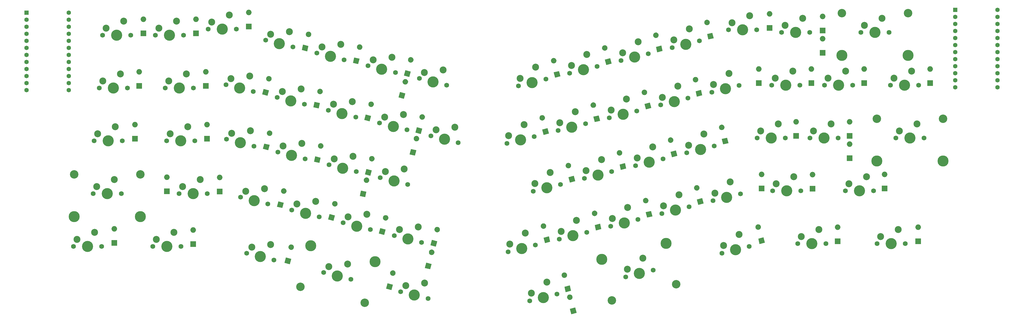
<source format=gbr>
%TF.GenerationSoftware,KiCad,Pcbnew,(5.1.7)-1*%
%TF.CreationDate,2021-08-08T11:48:14+10:00*%
%TF.ProjectId,ume,756d652e-6b69-4636-9164-5f7063625858,rev?*%
%TF.SameCoordinates,Original*%
%TF.FileFunction,Soldermask,Bot*%
%TF.FilePolarity,Negative*%
%FSLAX46Y46*%
G04 Gerber Fmt 4.6, Leading zero omitted, Abs format (unit mm)*
G04 Created by KiCad (PCBNEW (5.1.7)-1) date 2021-08-08 11:48:14*
%MOMM*%
%LPD*%
G01*
G04 APERTURE LIST*
%ADD10C,1.600000*%
%ADD11R,1.600000X1.600000*%
%ADD12C,1.750000*%
%ADD13C,4.000000*%
%ADD14C,2.500000*%
%ADD15C,3.048000*%
%ADD16C,3.987800*%
%ADD17C,0.100000*%
%ADD18O,2.000000X2.000000*%
%ADD19R,2.000000X2.000000*%
G04 APERTURE END LIST*
D10*
%TO.C,U2*%
X388920000Y-95330000D03*
X388920000Y-97870000D03*
X388920000Y-100410000D03*
X388920000Y-102950000D03*
X388920000Y-105490000D03*
X388920000Y-108030000D03*
X388920000Y-110570000D03*
X388920000Y-113110000D03*
X388920000Y-115650000D03*
X388920000Y-118190000D03*
X388920000Y-120730000D03*
X388920000Y-123270000D03*
X373680000Y-123270000D03*
X373680000Y-120730000D03*
X373680000Y-118190000D03*
X373680000Y-115650000D03*
X373680000Y-113110000D03*
X373680000Y-110570000D03*
X373680000Y-108030000D03*
X373680000Y-105490000D03*
X373680000Y-102950000D03*
X373680000Y-100410000D03*
X373680000Y-97870000D03*
D11*
X373680000Y-95330000D03*
%TD*%
D12*
%TO.C,SW61*%
X360480000Y-122550000D03*
X350320000Y-122550000D03*
D13*
X355400000Y-122550000D03*
D14*
X357940000Y-117470000D03*
X351590000Y-120010000D03*
%TD*%
D12*
%TO.C,SW16*%
X134748401Y-108735536D03*
X124890197Y-106277610D03*
D13*
X129819299Y-107506573D03*
D14*
X133512813Y-103191952D03*
X126736954Y-104120299D03*
%TD*%
D12*
%TO.C,SW1*%
X76280000Y-104500000D03*
X66120000Y-104500000D03*
D13*
X71200000Y-104500000D03*
D14*
X73740000Y-99420000D03*
X67390000Y-101960000D03*
%TD*%
D12*
%TO.C,SW65*%
X264669329Y-189236964D03*
X254811125Y-191694890D03*
D13*
X259740227Y-190465927D03*
D14*
X260975815Y-184922343D03*
X255428919Y-188923098D03*
%TD*%
D15*
%TO.C,REF\u002A\u002A*%
X249846661Y-200131506D03*
X273013442Y-194355379D03*
D16*
X246159771Y-185344199D03*
X269326552Y-179568072D03*
%TD*%
D12*
%TO.C,SW59*%
X327050000Y-179700000D03*
X316890000Y-179700000D03*
D13*
X321970000Y-179700000D03*
D14*
X324510000Y-174620000D03*
X318160000Y-177160000D03*
%TD*%
D12*
%TO.C,SW64*%
X355630000Y-179700000D03*
X345470000Y-179700000D03*
D13*
X350550000Y-179700000D03*
D14*
X353090000Y-174620000D03*
X346740000Y-177160000D03*
%TD*%
D16*
%TO.C,REF\u002A\u002A*%
X345362000Y-149855000D03*
X369238000Y-149855000D03*
D15*
X345362000Y-134615000D03*
X369238000Y-134615000D03*
%TD*%
D12*
%TO.C,SW62*%
X362380000Y-141600000D03*
X352220000Y-141600000D03*
D13*
X357300000Y-141600000D03*
D14*
X359840000Y-136520000D03*
X353490000Y-139060000D03*
%TD*%
D12*
%TO.C,SW63*%
X344180000Y-160650000D03*
X334020000Y-160650000D03*
D13*
X339100000Y-160650000D03*
D14*
X341640000Y-155570000D03*
X335290000Y-158110000D03*
%TD*%
D12*
%TO.C,SW10*%
X94380000Y-180700000D03*
X84220000Y-180700000D03*
D13*
X89300000Y-180700000D03*
D14*
X91840000Y-175620000D03*
X85490000Y-178160000D03*
%TD*%
D12*
%TO.C,SW5*%
X65780000Y-180700000D03*
X55620000Y-180700000D03*
D13*
X60700000Y-180700000D03*
D14*
X63240000Y-175620000D03*
X56890000Y-178160000D03*
%TD*%
D15*
%TO.C,REF\u002A\u002A*%
X356638000Y-96515000D03*
X332762000Y-96515000D03*
D16*
X356638000Y-111755000D03*
X332762000Y-111755000D03*
%TD*%
D12*
%TO.C,SW60*%
X349780000Y-103500000D03*
X339620000Y-103500000D03*
D13*
X344700000Y-103500000D03*
D14*
X347240000Y-98420000D03*
X340890000Y-100960000D03*
%TD*%
D15*
%TO.C,REF\u002A\u002A*%
X137493767Y-195229652D03*
X160660548Y-201005779D03*
D16*
X141180657Y-180442345D03*
X164347438Y-186218472D03*
%TD*%
D12*
%TO.C,SW20*%
X155696084Y-192569163D03*
X145837880Y-190111237D03*
D13*
X150766982Y-191340200D03*
D14*
X154460496Y-187025579D03*
X147684637Y-187953926D03*
%TD*%
D16*
%TO.C,REF\u002A\u002A*%
X55862000Y-169905000D03*
X79738000Y-169905000D03*
D15*
X55862000Y-154665000D03*
X79738000Y-154665000D03*
%TD*%
D12*
%TO.C,SW4*%
X72880000Y-161650000D03*
X62720000Y-161650000D03*
D13*
X67800000Y-161650000D03*
D14*
X70340000Y-156570000D03*
X63990000Y-159110000D03*
%TD*%
D12*
%TO.C,SW3*%
X73180000Y-142600000D03*
X63020000Y-142600000D03*
D13*
X68100000Y-142600000D03*
D14*
X70640000Y-137520000D03*
X64290000Y-140060000D03*
%TD*%
D12*
%TO.C,SW2*%
X75080000Y-123550000D03*
X64920000Y-123550000D03*
D13*
X70000000Y-123550000D03*
D14*
X72540000Y-118470000D03*
X66190000Y-121010000D03*
%TD*%
D12*
%TO.C,SW6*%
X95330000Y-104500000D03*
X85170000Y-104500000D03*
D13*
X90250000Y-104500000D03*
D14*
X92790000Y-99420000D03*
X86440000Y-101960000D03*
%TD*%
D12*
%TO.C,SW7*%
X98880000Y-123550000D03*
X88720000Y-123550000D03*
D13*
X93800000Y-123550000D03*
D14*
X96340000Y-118470000D03*
X89990000Y-121010000D03*
%TD*%
D12*
%TO.C,SW8*%
X99380000Y-142600000D03*
X89220000Y-142600000D03*
D13*
X94300000Y-142600000D03*
D14*
X96840000Y-137520000D03*
X90490000Y-140060000D03*
%TD*%
D12*
%TO.C,SW9*%
X103830000Y-161650000D03*
X93670000Y-161650000D03*
D13*
X98750000Y-161650000D03*
D14*
X101290000Y-156570000D03*
X94940000Y-159110000D03*
%TD*%
D12*
%TO.C,SW11*%
X114380000Y-102300000D03*
X104220000Y-102300000D03*
D13*
X109300000Y-102300000D03*
D14*
X111840000Y-97220000D03*
X105490000Y-99760000D03*
%TD*%
D12*
%TO.C,SW12*%
X120436832Y-124800451D03*
X110578628Y-122342525D03*
D13*
X115507730Y-123571488D03*
D14*
X119201244Y-119256867D03*
X112425385Y-120185214D03*
%TD*%
D12*
%TO.C,SW13*%
X120679698Y-144494194D03*
X110821494Y-142036268D03*
D13*
X115750596Y-143265231D03*
D14*
X119444110Y-138950610D03*
X112668251Y-139878957D03*
%TD*%
D12*
%TO.C,SW14*%
X125725529Y-165385450D03*
X115867325Y-162927524D03*
D13*
X120796427Y-164156487D03*
D14*
X124489941Y-159841866D03*
X117714082Y-160770213D03*
%TD*%
D12*
%TO.C,SW15*%
X127908987Y-185563037D03*
X118050783Y-183105111D03*
D13*
X122979885Y-184334074D03*
D14*
X126673399Y-180019453D03*
X119897540Y-180947800D03*
%TD*%
D12*
%TO.C,SW17*%
X138920965Y-129409063D03*
X129062761Y-126951137D03*
D13*
X133991863Y-128180100D03*
D14*
X137685377Y-123865479D03*
X130909518Y-124793826D03*
%TD*%
D12*
%TO.C,SW18*%
X139163832Y-149102806D03*
X129305628Y-146644880D03*
D13*
X134234730Y-147873843D03*
D14*
X137928244Y-143559222D03*
X131152385Y-144487569D03*
%TD*%
D12*
%TO.C,SW19*%
X144209662Y-169994062D03*
X134351458Y-167536136D03*
D13*
X139280560Y-168765099D03*
D14*
X142974074Y-164450478D03*
X136198215Y-165378825D03*
%TD*%
D12*
%TO.C,SW21*%
X153232535Y-113344148D03*
X143374331Y-110886222D03*
D13*
X148303433Y-112115185D03*
D14*
X151996947Y-107800564D03*
X145221088Y-108728911D03*
%TD*%
D12*
%TO.C,SW22*%
X157405099Y-134017675D03*
X147546895Y-131559749D03*
D13*
X152475997Y-132788712D03*
D14*
X156169511Y-128474091D03*
X149393652Y-129402438D03*
%TD*%
D12*
%TO.C,SW23*%
X157647966Y-153711418D03*
X147789762Y-151253492D03*
D13*
X152718864Y-152482455D03*
D14*
X156412378Y-148167834D03*
X149636519Y-149096181D03*
%TD*%
D12*
%TO.C,SW24*%
X162693796Y-174602674D03*
X152835592Y-172144748D03*
D13*
X157764694Y-173373711D03*
D14*
X161458208Y-169059090D03*
X154682349Y-169987437D03*
%TD*%
D12*
%TO.C,SW25*%
X183483182Y-199475288D03*
X173624978Y-197017362D03*
D13*
X178554080Y-198246325D03*
D14*
X182247594Y-193931704D03*
X175471735Y-194860051D03*
%TD*%
D12*
%TO.C,SW26*%
X171716668Y-117952760D03*
X161858464Y-115494834D03*
D13*
X166787566Y-116723797D03*
D14*
X170481080Y-112409176D03*
X163705221Y-113337523D03*
%TD*%
D12*
%TO.C,SW27*%
X175889233Y-138626287D03*
X166031029Y-136168361D03*
D13*
X170960131Y-137397324D03*
D14*
X174653645Y-133082703D03*
X167877786Y-134011050D03*
%TD*%
D12*
%TO.C,SW28*%
X176132099Y-158320030D03*
X166273895Y-155862104D03*
D13*
X171202997Y-157091067D03*
D14*
X174896511Y-152776446D03*
X168120652Y-153704793D03*
%TD*%
D12*
%TO.C,SW29*%
X181177930Y-179211287D03*
X171319726Y-176753361D03*
D13*
X176248828Y-177982324D03*
D14*
X179942342Y-173667703D03*
X173166483Y-174596050D03*
%TD*%
D12*
%TO.C,SW30*%
X190200802Y-122561372D03*
X180342598Y-120103446D03*
D13*
X185271700Y-121332409D03*
D14*
X188965214Y-117017788D03*
X182189355Y-117946135D03*
%TD*%
D12*
%TO.C,SW31*%
X194373366Y-143234899D03*
X184515162Y-140776973D03*
D13*
X189444264Y-142005936D03*
D14*
X193137778Y-137691315D03*
X186361919Y-138619662D03*
%TD*%
D12*
%TO.C,SW32*%
X225976584Y-120352452D03*
X216118380Y-122810378D03*
D13*
X221047482Y-121581415D03*
D14*
X222283070Y-116037831D03*
X216736174Y-120038586D03*
%TD*%
D12*
%TO.C,SW33*%
X221804020Y-141025979D03*
X211945816Y-143483905D03*
D13*
X216874918Y-142254942D03*
D14*
X218110506Y-136711358D03*
X212563610Y-140712113D03*
%TD*%
D12*
%TO.C,SW34*%
X240288153Y-136417367D03*
X230429949Y-138875293D03*
D13*
X235359051Y-137646330D03*
D14*
X236594639Y-132102746D03*
X231047743Y-136103501D03*
%TD*%
D12*
%TO.C,SW35*%
X231264110Y-158300503D03*
X221405906Y-160758429D03*
D13*
X226335008Y-159529466D03*
D14*
X227570596Y-153985882D03*
X222023700Y-157986637D03*
%TD*%
D12*
%TO.C,SW36*%
X222240067Y-180183639D03*
X212381863Y-182641565D03*
D13*
X217310965Y-181412602D03*
D14*
X218546553Y-175869018D03*
X212999657Y-179869773D03*
%TD*%
D12*
%TO.C,SW37*%
X244460717Y-115743840D03*
X234602513Y-118201766D03*
D13*
X239531615Y-116972803D03*
D14*
X240767203Y-111429219D03*
X235220307Y-115429974D03*
%TD*%
D12*
%TO.C,SW38*%
X258772287Y-131808754D03*
X248914083Y-134266680D03*
D13*
X253843185Y-133037717D03*
D14*
X255078773Y-127494133D03*
X249531877Y-131494888D03*
%TD*%
D12*
%TO.C,SW39*%
X249748244Y-153691891D03*
X239890040Y-156149817D03*
D13*
X244819142Y-154920854D03*
D14*
X246054730Y-149377270D03*
X240507834Y-153378025D03*
%TD*%
D12*
%TO.C,SW40*%
X240724201Y-175575027D03*
X230865997Y-178032953D03*
D13*
X235795099Y-176803990D03*
D14*
X237030687Y-171260406D03*
X231483791Y-175261161D03*
%TD*%
D12*
%TO.C,SW41*%
X230015488Y-197877137D03*
X220157284Y-200335063D03*
D13*
X225086386Y-199106100D03*
D14*
X226321974Y-193562516D03*
X220775078Y-197563271D03*
%TD*%
D12*
%TO.C,SW42*%
X262944851Y-111135228D03*
X253086647Y-113593154D03*
D13*
X258015749Y-112364191D03*
D14*
X259251337Y-106820607D03*
X253704441Y-110821362D03*
%TD*%
D12*
%TO.C,SW43*%
X277256420Y-127200142D03*
X267398216Y-129658068D03*
D13*
X272327318Y-128429105D03*
D14*
X273562906Y-122885521D03*
X268016010Y-126886276D03*
%TD*%
D12*
%TO.C,SW44*%
X268232377Y-149083279D03*
X258374173Y-151541205D03*
D13*
X263303275Y-150312242D03*
D14*
X264538863Y-144768658D03*
X258991967Y-148769413D03*
%TD*%
D12*
%TO.C,SW45*%
X259208335Y-170966415D03*
X249350131Y-173424341D03*
D13*
X254279233Y-172195378D03*
D14*
X255514821Y-166651794D03*
X249967925Y-170652549D03*
%TD*%
D12*
%TO.C,SW46*%
X281428984Y-106526616D03*
X271570780Y-108984542D03*
D13*
X276499882Y-107755579D03*
D14*
X277735470Y-102211995D03*
X272188574Y-106212750D03*
%TD*%
D12*
%TO.C,SW47*%
X295740554Y-122591530D03*
X285882350Y-125049456D03*
D13*
X290811452Y-123820493D03*
D14*
X292047040Y-118276909D03*
X286500144Y-122277664D03*
%TD*%
D12*
%TO.C,SW48*%
X286716511Y-144474666D03*
X276858307Y-146932592D03*
D13*
X281787409Y-145703629D03*
D14*
X283022997Y-140160045D03*
X277476101Y-144160800D03*
%TD*%
D12*
%TO.C,SW49*%
X277692468Y-166357803D03*
X267834264Y-168815729D03*
D13*
X272763366Y-167586766D03*
D14*
X273998954Y-162043182D03*
X268452058Y-166043937D03*
%TD*%
D12*
%TO.C,SW50*%
X302077490Y-102537231D03*
X291917490Y-102537231D03*
D13*
X296997490Y-102537231D03*
D14*
X299537490Y-97457231D03*
X293187490Y-99997231D03*
%TD*%
D12*
%TO.C,SW51*%
X317630000Y-122550000D03*
X307470000Y-122550000D03*
D13*
X312550000Y-122550000D03*
D14*
X315090000Y-117470000D03*
X308740000Y-120010000D03*
%TD*%
D12*
%TO.C,SW52*%
X312380000Y-141600000D03*
X302220000Y-141600000D03*
D13*
X307300000Y-141600000D03*
D14*
X309840000Y-136520000D03*
X303490000Y-139060000D03*
%TD*%
D12*
%TO.C,SW53*%
X296176602Y-161749191D03*
X286318398Y-164207117D03*
D13*
X291247500Y-162978154D03*
D14*
X292483088Y-157434570D03*
X286936192Y-161435325D03*
%TD*%
D12*
%TO.C,SW54*%
X299352455Y-180662406D03*
X289494251Y-183120332D03*
D13*
X294423353Y-181891369D03*
D14*
X295658941Y-176347785D03*
X290112045Y-180348540D03*
%TD*%
D12*
%TO.C,SW55*%
X321180000Y-103500000D03*
X311020000Y-103500000D03*
D13*
X316100000Y-103500000D03*
D14*
X318640000Y-98420000D03*
X312290000Y-100960000D03*
%TD*%
D12*
%TO.C,SW56*%
X336680000Y-122550000D03*
X326520000Y-122550000D03*
D13*
X331600000Y-122550000D03*
D14*
X334140000Y-117470000D03*
X327790000Y-120010000D03*
%TD*%
D12*
%TO.C,SW57*%
X331430000Y-141600000D03*
X321270000Y-141600000D03*
D13*
X326350000Y-141600000D03*
D14*
X328890000Y-136520000D03*
X322540000Y-139060000D03*
%TD*%
D12*
%TO.C,SW58*%
X317980000Y-160650000D03*
X307820000Y-160650000D03*
D13*
X312900000Y-160650000D03*
D14*
X315440000Y-155570000D03*
X309090000Y-158110000D03*
%TD*%
%TO.C,D65*%
G36*
G01*
X234884594Y-199962405D02*
X234884594Y-199962405D01*
G75*
G02*
X233672376Y-199234031I-241922J970296D01*
G01*
X233672376Y-199234031D01*
G75*
G02*
X234400750Y-198021813I970296J241922D01*
G01*
X234400750Y-198021813D01*
G75*
G02*
X235612968Y-198750187I241922J-970296D01*
G01*
X235612968Y-198750187D01*
G75*
G02*
X234884594Y-199962405I-970296J-241922D01*
G01*
G37*
D17*
G36*
X237083853Y-204649585D02*
G01*
X235143261Y-205133429D01*
X234659417Y-203192837D01*
X236600009Y-202708993D01*
X237083853Y-204649585D01*
G37*
%TD*%
D11*
%TO.C,U1*%
X38680000Y-96330000D03*
D10*
X38680000Y-98870000D03*
X38680000Y-101410000D03*
X38680000Y-103950000D03*
X38680000Y-106490000D03*
X38680000Y-109030000D03*
X38680000Y-111570000D03*
X38680000Y-114110000D03*
X38680000Y-116650000D03*
X38680000Y-119190000D03*
X38680000Y-121730000D03*
X38680000Y-124270000D03*
X53920000Y-124270000D03*
X53920000Y-121730000D03*
X53920000Y-119190000D03*
X53920000Y-116650000D03*
X53920000Y-114110000D03*
X53920000Y-111570000D03*
X53920000Y-109030000D03*
X53920000Y-106490000D03*
X53920000Y-103950000D03*
X53920000Y-101410000D03*
X53920000Y-98870000D03*
X53920000Y-96330000D03*
%TD*%
D18*
%TO.C,D64*%
X360300000Y-173720000D03*
D19*
X360300000Y-178800000D03*
%TD*%
D18*
%TO.C,D63*%
X348200000Y-154720000D03*
D19*
X348200000Y-159800000D03*
%TD*%
D18*
%TO.C,D62*%
X335600000Y-143800000D03*
D19*
X335600000Y-148880000D03*
%TD*%
D18*
%TO.C,D61*%
X364600000Y-116720000D03*
D19*
X364600000Y-121800000D03*
%TD*%
D18*
%TO.C,D60*%
X325800000Y-105800000D03*
D19*
X325800000Y-110880000D03*
%TD*%
D18*
%TO.C,D59*%
X331300000Y-173720000D03*
D19*
X331300000Y-178800000D03*
%TD*%
D18*
%TO.C,D58*%
X322200000Y-154800000D03*
D19*
X322200000Y-159880000D03*
%TD*%
D18*
%TO.C,D57*%
X335600000Y-135720000D03*
D19*
X335600000Y-140800000D03*
%TD*%
D18*
%TO.C,D56*%
X340800000Y-116720000D03*
D19*
X340800000Y-121800000D03*
%TD*%
D18*
%TO.C,D55*%
X325800000Y-97720000D03*
D19*
X325800000Y-102800000D03*
%TD*%
%TO.C,D54*%
G36*
G01*
X302824511Y-174664271D02*
X302824511Y-174664271D01*
G75*
G02*
X301612293Y-173935897I-241922J970296D01*
G01*
X301612293Y-173935897D01*
G75*
G02*
X302340667Y-172723679I970296J241922D01*
G01*
X302340667Y-172723679D01*
G75*
G02*
X303552885Y-173452053I241922J-970296D01*
G01*
X303552885Y-173452053D01*
G75*
G02*
X302824511Y-174664271I-970296J-241922D01*
G01*
G37*
D17*
G36*
X305023770Y-179351451D02*
G01*
X303083178Y-179835295D01*
X302599334Y-177894703D01*
X304539926Y-177410859D01*
X305023770Y-179351451D01*
G37*
%TD*%
D18*
%TO.C,D53*%
X303800000Y-154720000D03*
D19*
X303800000Y-159800000D03*
%TD*%
D18*
%TO.C,D52*%
X316300000Y-135720000D03*
D19*
X316300000Y-140800000D03*
%TD*%
D18*
%TO.C,D51*%
X321800000Y-116720000D03*
D19*
X321800000Y-121800000D03*
%TD*%
D18*
%TO.C,D50*%
X306747490Y-96757230D03*
D19*
X306747490Y-101837230D03*
%TD*%
%TO.C,D49*%
G36*
G01*
X280691471Y-160529143D02*
X280691471Y-160529143D01*
G75*
G02*
X279479253Y-159800769I-241922J970296D01*
G01*
X279479253Y-159800769D01*
G75*
G02*
X280207627Y-158588551I970296J241922D01*
G01*
X280207627Y-158588551D01*
G75*
G02*
X281419845Y-159316925I241922J-970296D01*
G01*
X281419845Y-159316925D01*
G75*
G02*
X280691471Y-160529143I-970296J-241922D01*
G01*
G37*
D17*
G36*
X282890730Y-165216323D02*
G01*
X280950138Y-165700167D01*
X280466294Y-163759575D01*
X282406886Y-163275731D01*
X282890730Y-165216323D01*
G37*
%TD*%
%TO.C,D48*%
G36*
G01*
X289679096Y-138706617D02*
X289679096Y-138706617D01*
G75*
G02*
X288466878Y-137978243I-241922J970296D01*
G01*
X288466878Y-137978243D01*
G75*
G02*
X289195252Y-136766025I970296J241922D01*
G01*
X289195252Y-136766025D01*
G75*
G02*
X290407470Y-137494399I241922J-970296D01*
G01*
X290407470Y-137494399D01*
G75*
G02*
X289679096Y-138706617I-970296J-241922D01*
G01*
G37*
G36*
X291878355Y-143393797D02*
G01*
X289937763Y-143877641D01*
X289453919Y-141937049D01*
X291394511Y-141453205D01*
X291878355Y-143393797D01*
G37*
%TD*%
D18*
%TO.C,D47*%
X302800000Y-116720000D03*
D19*
X302800000Y-121800000D03*
%TD*%
%TO.C,D46*%
G36*
G01*
X284367246Y-100867692D02*
X284367246Y-100867692D01*
G75*
G02*
X283155028Y-100139318I-241922J970296D01*
G01*
X283155028Y-100139318D01*
G75*
G02*
X283883402Y-98927100I970296J241922D01*
G01*
X283883402Y-98927100D01*
G75*
G02*
X285095620Y-99655474I241922J-970296D01*
G01*
X285095620Y-99655474D01*
G75*
G02*
X284367246Y-100867692I-970296J-241922D01*
G01*
G37*
D17*
G36*
X286566505Y-105554872D02*
G01*
X284625913Y-106038716D01*
X284142069Y-104098124D01*
X286082661Y-103614280D01*
X286566505Y-105554872D01*
G37*
%TD*%
%TO.C,D45*%
G36*
G01*
X271243477Y-143303133D02*
X271243477Y-143303133D01*
G75*
G02*
X270031259Y-142574759I-241922J970296D01*
G01*
X270031259Y-142574759D01*
G75*
G02*
X270759633Y-141362541I970296J241922D01*
G01*
X270759633Y-141362541D01*
G75*
G02*
X271971851Y-142090915I241922J-970296D01*
G01*
X271971851Y-142090915D01*
G75*
G02*
X271243477Y-143303133I-970296J-241922D01*
G01*
G37*
G36*
X273442736Y-147990313D02*
G01*
X271502144Y-148474157D01*
X271018300Y-146533565D01*
X272958892Y-146049721D01*
X273442736Y-147990313D01*
G37*
%TD*%
%TO.C,D44*%
G36*
G01*
X280231101Y-121480608D02*
X280231101Y-121480608D01*
G75*
G02*
X279018883Y-120752234I-241922J970296D01*
G01*
X279018883Y-120752234D01*
G75*
G02*
X279747257Y-119540016I970296J241922D01*
G01*
X279747257Y-119540016D01*
G75*
G02*
X280959475Y-120268390I241922J-970296D01*
G01*
X280959475Y-120268390D01*
G75*
G02*
X280231101Y-121480608I-970296J-241922D01*
G01*
G37*
G36*
X282430360Y-126167788D02*
G01*
X280489768Y-126651632D01*
X280005924Y-124711040D01*
X281946516Y-124227196D01*
X282430360Y-126167788D01*
G37*
%TD*%
%TO.C,D43*%
G36*
G01*
X265931628Y-105464208D02*
X265931628Y-105464208D01*
G75*
G02*
X264719410Y-104735834I-241922J970296D01*
G01*
X264719410Y-104735834D01*
G75*
G02*
X265447784Y-103523616I970296J241922D01*
G01*
X265447784Y-103523616D01*
G75*
G02*
X266660002Y-104251990I241922J-970296D01*
G01*
X266660002Y-104251990D01*
G75*
G02*
X265931628Y-105464208I-970296J-241922D01*
G01*
G37*
G36*
X268130887Y-110151388D02*
G01*
X266190295Y-110635232D01*
X265706451Y-108694640D01*
X267647043Y-108210796D01*
X268130887Y-110151388D01*
G37*
%TD*%
%TO.C,D42*%
G36*
G01*
X262255853Y-165125659D02*
X262255853Y-165125659D01*
G75*
G02*
X261043635Y-164397285I-241922J970296D01*
G01*
X261043635Y-164397285D01*
G75*
G02*
X261772009Y-163185067I970296J241922D01*
G01*
X261772009Y-163185067D01*
G75*
G02*
X262984227Y-163913441I241922J-970296D01*
G01*
X262984227Y-163913441D01*
G75*
G02*
X262255853Y-165125659I-970296J-241922D01*
G01*
G37*
G36*
X264455112Y-169812839D02*
G01*
X262514520Y-170296683D01*
X262030676Y-168356091D01*
X263971268Y-167872247D01*
X264455112Y-169812839D01*
G37*
%TD*%
%TO.C,D41*%
G36*
G01*
X232905366Y-192024155D02*
X232905366Y-192024155D01*
G75*
G02*
X231693148Y-191295781I-241922J970296D01*
G01*
X231693148Y-191295781D01*
G75*
G02*
X232421522Y-190083563I970296J241922D01*
G01*
X232421522Y-190083563D01*
G75*
G02*
X233633740Y-190811937I241922J-970296D01*
G01*
X233633740Y-190811937D01*
G75*
G02*
X232905366Y-192024155I-970296J-241922D01*
G01*
G37*
G36*
X235104625Y-196711335D02*
G01*
X233164033Y-197195179D01*
X232680189Y-195254587D01*
X234620781Y-194770743D01*
X235104625Y-196711335D01*
G37*
%TD*%
%TO.C,D40*%
G36*
G01*
X243820234Y-169722175D02*
X243820234Y-169722175D01*
G75*
G02*
X242608016Y-168993801I-241922J970296D01*
G01*
X242608016Y-168993801D01*
G75*
G02*
X243336390Y-167781583I970296J241922D01*
G01*
X243336390Y-167781583D01*
G75*
G02*
X244548608Y-168509957I241922J-970296D01*
G01*
X244548608Y-168509957D01*
G75*
G02*
X243820234Y-169722175I-970296J-241922D01*
G01*
G37*
G36*
X246019493Y-174409355D02*
G01*
X244078901Y-174893199D01*
X243595057Y-172952607D01*
X245535649Y-172468763D01*
X246019493Y-174409355D01*
G37*
%TD*%
%TO.C,D39*%
G36*
G01*
X252807858Y-147899649D02*
X252807858Y-147899649D01*
G75*
G02*
X251595640Y-147171275I-241922J970296D01*
G01*
X251595640Y-147171275D01*
G75*
G02*
X252324014Y-145959057I970296J241922D01*
G01*
X252324014Y-145959057D01*
G75*
G02*
X253536232Y-146687431I241922J-970296D01*
G01*
X253536232Y-146687431D01*
G75*
G02*
X252807858Y-147899649I-970296J-241922D01*
G01*
G37*
G36*
X255007117Y-152586829D02*
G01*
X253066525Y-153070673D01*
X252582681Y-151130081D01*
X254523273Y-150646237D01*
X255007117Y-152586829D01*
G37*
%TD*%
%TO.C,D38*%
G36*
G01*
X261795482Y-126077124D02*
X261795482Y-126077124D01*
G75*
G02*
X260583264Y-125348750I-241922J970296D01*
G01*
X260583264Y-125348750D01*
G75*
G02*
X261311638Y-124136532I970296J241922D01*
G01*
X261311638Y-124136532D01*
G75*
G02*
X262523856Y-124864906I241922J-970296D01*
G01*
X262523856Y-124864906D01*
G75*
G02*
X261795482Y-126077124I-970296J-241922D01*
G01*
G37*
G36*
X263994741Y-130764304D02*
G01*
X262054149Y-131248148D01*
X261570305Y-129307556D01*
X263510897Y-128823712D01*
X263994741Y-130764304D01*
G37*
%TD*%
%TO.C,D37*%
G36*
G01*
X247496009Y-110060724D02*
X247496009Y-110060724D01*
G75*
G02*
X246283791Y-109332350I-241922J970296D01*
G01*
X246283791Y-109332350D01*
G75*
G02*
X247012165Y-108120132I970296J241922D01*
G01*
X247012165Y-108120132D01*
G75*
G02*
X248224383Y-108848506I241922J-970296D01*
G01*
X248224383Y-108848506D01*
G75*
G02*
X247496009Y-110060724I-970296J-241922D01*
G01*
G37*
G36*
X249695268Y-114747904D02*
G01*
X247754676Y-115231748D01*
X247270832Y-113291156D01*
X249211424Y-112807312D01*
X249695268Y-114747904D01*
G37*
%TD*%
%TO.C,D36*%
G36*
G01*
X225384615Y-174318691D02*
X225384615Y-174318691D01*
G75*
G02*
X224172397Y-173590317I-241922J970296D01*
G01*
X224172397Y-173590317D01*
G75*
G02*
X224900771Y-172378099I970296J241922D01*
G01*
X224900771Y-172378099D01*
G75*
G02*
X226112989Y-173106473I241922J-970296D01*
G01*
X226112989Y-173106473D01*
G75*
G02*
X225384615Y-174318691I-970296J-241922D01*
G01*
G37*
G36*
X227583874Y-179005871D02*
G01*
X225643282Y-179489715D01*
X225159438Y-177549123D01*
X227100030Y-177065279D01*
X227583874Y-179005871D01*
G37*
%TD*%
%TO.C,D35*%
G36*
G01*
X234372239Y-152496165D02*
X234372239Y-152496165D01*
G75*
G02*
X233160021Y-151767791I-241922J970296D01*
G01*
X233160021Y-151767791D01*
G75*
G02*
X233888395Y-150555573I970296J241922D01*
G01*
X233888395Y-150555573D01*
G75*
G02*
X235100613Y-151283947I241922J-970296D01*
G01*
X235100613Y-151283947D01*
G75*
G02*
X234372239Y-152496165I-970296J-241922D01*
G01*
G37*
G36*
X236571498Y-157183345D02*
G01*
X234630906Y-157667189D01*
X234147062Y-155726597D01*
X236087654Y-155242753D01*
X236571498Y-157183345D01*
G37*
%TD*%
%TO.C,D34*%
G36*
G01*
X243359863Y-130673640D02*
X243359863Y-130673640D01*
G75*
G02*
X242147645Y-129945266I-241922J970296D01*
G01*
X242147645Y-129945266D01*
G75*
G02*
X242876019Y-128733048I970296J241922D01*
G01*
X242876019Y-128733048D01*
G75*
G02*
X244088237Y-129461422I241922J-970296D01*
G01*
X244088237Y-129461422D01*
G75*
G02*
X243359863Y-130673640I-970296J-241922D01*
G01*
G37*
G36*
X245559122Y-135360820D02*
G01*
X243618530Y-135844664D01*
X243134686Y-133904072D01*
X245075278Y-133420228D01*
X245559122Y-135360820D01*
G37*
%TD*%
%TO.C,D33*%
G36*
G01*
X224924244Y-135270156D02*
X224924244Y-135270156D01*
G75*
G02*
X223712026Y-134541782I-241922J970296D01*
G01*
X223712026Y-134541782D01*
G75*
G02*
X224440400Y-133329564I970296J241922D01*
G01*
X224440400Y-133329564D01*
G75*
G02*
X225652618Y-134057938I241922J-970296D01*
G01*
X225652618Y-134057938D01*
G75*
G02*
X224924244Y-135270156I-970296J-241922D01*
G01*
G37*
G36*
X227123503Y-139957336D02*
G01*
X225182911Y-140441180D01*
X224699067Y-138500588D01*
X226639659Y-138016744D01*
X227123503Y-139957336D01*
G37*
%TD*%
%TO.C,D32*%
G36*
G01*
X229060390Y-114657240D02*
X229060390Y-114657240D01*
G75*
G02*
X227848172Y-113928866I-241922J970296D01*
G01*
X227848172Y-113928866D01*
G75*
G02*
X228576546Y-112716648I970296J241922D01*
G01*
X228576546Y-112716648D01*
G75*
G02*
X229788764Y-113445022I241922J-970296D01*
G01*
X229788764Y-113445022D01*
G75*
G02*
X229060390Y-114657240I-970296J-241922D01*
G01*
G37*
G36*
X231259649Y-119344420D02*
G01*
X229319057Y-119828264D01*
X228835213Y-117887672D01*
X230775805Y-117403828D01*
X231259649Y-119344420D01*
G37*
%TD*%
%TO.C,D31*%
G36*
G01*
X179058078Y-142770296D02*
X179058078Y-142770296D01*
G75*
G02*
X178329704Y-141558078I241922J970296D01*
G01*
X178329704Y-141558078D01*
G75*
G02*
X179541922Y-140829704I970296J-241922D01*
G01*
X179541922Y-140829704D01*
G75*
G02*
X180270296Y-142041922I-241922J-970296D01*
G01*
X180270296Y-142041922D01*
G75*
G02*
X179058078Y-142770296I-970296J241922D01*
G01*
G37*
G36*
X178799411Y-147941320D02*
G01*
X176858819Y-147457476D01*
X177342663Y-145516884D01*
X179283255Y-146000728D01*
X178799411Y-147941320D01*
G37*
%TD*%
%TO.C,D30*%
G36*
G01*
X175058078Y-122270296D02*
X175058078Y-122270296D01*
G75*
G02*
X174329704Y-121058078I241922J970296D01*
G01*
X174329704Y-121058078D01*
G75*
G02*
X175541922Y-120329704I970296J-241922D01*
G01*
X175541922Y-120329704D01*
G75*
G02*
X176270296Y-121541922I-241922J-970296D01*
G01*
X176270296Y-121541922D01*
G75*
G02*
X175058078Y-122270296I-970296J241922D01*
G01*
G37*
G36*
X174799411Y-127441320D02*
G01*
X172858819Y-126957476D01*
X173342663Y-125016884D01*
X175283255Y-125500728D01*
X174799411Y-127441320D01*
G37*
%TD*%
%TO.C,D29*%
G36*
G01*
X186558078Y-175581697D02*
X186558078Y-175581697D01*
G75*
G02*
X185829704Y-174369479I241922J970296D01*
G01*
X185829704Y-174369479D01*
G75*
G02*
X187041922Y-173641105I970296J-241922D01*
G01*
X187041922Y-173641105D01*
G75*
G02*
X187770296Y-174853323I-241922J-970296D01*
G01*
X187770296Y-174853323D01*
G75*
G02*
X186558078Y-175581697I-970296J241922D01*
G01*
G37*
G36*
X186299411Y-180752721D02*
G01*
X184358819Y-180268877D01*
X184842663Y-178328285D01*
X186783255Y-178812129D01*
X186299411Y-180752721D01*
G37*
%TD*%
%TO.C,D28*%
G36*
G01*
X161058078Y-157770296D02*
X161058078Y-157770296D01*
G75*
G02*
X160329704Y-156558078I241922J970296D01*
G01*
X160329704Y-156558078D01*
G75*
G02*
X161541922Y-155829704I970296J-241922D01*
G01*
X161541922Y-155829704D01*
G75*
G02*
X162270296Y-157041922I-241922J-970296D01*
G01*
X162270296Y-157041922D01*
G75*
G02*
X161058078Y-157770296I-970296J241922D01*
G01*
G37*
G36*
X160799411Y-162941320D02*
G01*
X158858819Y-162457476D01*
X159342663Y-160516884D01*
X161283255Y-161000728D01*
X160799411Y-162941320D01*
G37*
%TD*%
%TO.C,D27*%
G36*
G01*
X181152363Y-134960670D02*
X181152363Y-134960670D01*
G75*
G02*
X180423989Y-133748452I241922J970296D01*
G01*
X180423989Y-133748452D01*
G75*
G02*
X181636207Y-133020078I970296J-241922D01*
G01*
X181636207Y-133020078D01*
G75*
G02*
X182364581Y-134232296I-241922J-970296D01*
G01*
X182364581Y-134232296D01*
G75*
G02*
X181152363Y-134960670I-970296J241922D01*
G01*
G37*
G36*
X180893696Y-140131694D02*
G01*
X178953104Y-139647850D01*
X179436948Y-137707258D01*
X181377540Y-138191102D01*
X180893696Y-140131694D01*
G37*
%TD*%
%TO.C,D26*%
G36*
G01*
X177016218Y-114347754D02*
X177016218Y-114347754D01*
G75*
G02*
X176287844Y-113135536I241922J970296D01*
G01*
X176287844Y-113135536D01*
G75*
G02*
X177500062Y-112407162I970296J-241922D01*
G01*
X177500062Y-112407162D01*
G75*
G02*
X178228436Y-113619380I-241922J-970296D01*
G01*
X178228436Y-113619380D01*
G75*
G02*
X177016218Y-114347754I-970296J241922D01*
G01*
G37*
G36*
X176757551Y-119518778D02*
G01*
X174816959Y-119034934D01*
X175300803Y-117094342D01*
X177241395Y-117578186D01*
X176757551Y-119518778D01*
G37*
%TD*%
%TO.C,D25*%
G36*
G01*
X184558078Y-183770296D02*
X184558078Y-183770296D01*
G75*
G02*
X183829704Y-182558078I241922J970296D01*
G01*
X183829704Y-182558078D01*
G75*
G02*
X185041922Y-181829704I970296J-241922D01*
G01*
X185041922Y-181829704D01*
G75*
G02*
X185770296Y-183041922I-241922J-970296D01*
G01*
X185770296Y-183041922D01*
G75*
G02*
X184558078Y-183770296I-970296J241922D01*
G01*
G37*
G36*
X184299411Y-188941320D02*
G01*
X182358819Y-188457476D01*
X182842663Y-186516884D01*
X184783255Y-187000728D01*
X184299411Y-188941320D01*
G37*
%TD*%
%TO.C,D24*%
G36*
G01*
X167957187Y-171349368D02*
X167957187Y-171349368D01*
G75*
G02*
X167228813Y-170137150I241922J970296D01*
G01*
X167228813Y-170137150D01*
G75*
G02*
X168441031Y-169408776I970296J-241922D01*
G01*
X168441031Y-169408776D01*
G75*
G02*
X169169405Y-170620994I-241922J-970296D01*
G01*
X169169405Y-170620994D01*
G75*
G02*
X167957187Y-171349368I-970296J241922D01*
G01*
G37*
G36*
X167698520Y-176520392D02*
G01*
X165757928Y-176036548D01*
X166241772Y-174095956D01*
X168182364Y-174579800D01*
X167698520Y-176520392D01*
G37*
%TD*%
%TO.C,D23*%
G36*
G01*
X162971707Y-150009382D02*
X162971707Y-150009382D01*
G75*
G02*
X162243333Y-148797164I241922J970296D01*
G01*
X162243333Y-148797164D01*
G75*
G02*
X163455551Y-148068790I970296J-241922D01*
G01*
X163455551Y-148068790D01*
G75*
G02*
X164183925Y-149281008I-241922J-970296D01*
G01*
X164183925Y-149281008D01*
G75*
G02*
X162971707Y-150009382I-970296J241922D01*
G01*
G37*
G36*
X162713040Y-155180406D02*
G01*
X160772448Y-154696562D01*
X161256292Y-152755970D01*
X163196884Y-153239814D01*
X162713040Y-155180406D01*
G37*
%TD*%
%TO.C,D22*%
G36*
G01*
X162716745Y-130364154D02*
X162716745Y-130364154D01*
G75*
G02*
X161988371Y-129151936I241922J970296D01*
G01*
X161988371Y-129151936D01*
G75*
G02*
X163200589Y-128423562I970296J-241922D01*
G01*
X163200589Y-128423562D01*
G75*
G02*
X163928963Y-129635780I-241922J-970296D01*
G01*
X163928963Y-129635780D01*
G75*
G02*
X162716745Y-130364154I-970296J241922D01*
G01*
G37*
G36*
X162458078Y-135535178D02*
G01*
X160517486Y-135051334D01*
X161001330Y-133110742D01*
X162941922Y-133594586D01*
X162458078Y-135535178D01*
G37*
%TD*%
%TO.C,D21*%
G36*
G01*
X158580599Y-109751238D02*
X158580599Y-109751238D01*
G75*
G02*
X157852225Y-108539020I241922J970296D01*
G01*
X157852225Y-108539020D01*
G75*
G02*
X159064443Y-107810646I970296J-241922D01*
G01*
X159064443Y-107810646D01*
G75*
G02*
X159792817Y-109022864I-241922J-970296D01*
G01*
X159792817Y-109022864D01*
G75*
G02*
X158580599Y-109751238I-970296J241922D01*
G01*
G37*
G36*
X158321932Y-114922262D02*
G01*
X156381340Y-114438418D01*
X156865184Y-112497826D01*
X158805776Y-112981670D01*
X158321932Y-114922262D01*
G37*
%TD*%
%TO.C,D20*%
G36*
G01*
X170558078Y-191270296D02*
X170558078Y-191270296D01*
G75*
G02*
X169829704Y-190058078I241922J970296D01*
G01*
X169829704Y-190058078D01*
G75*
G02*
X171041922Y-189329704I970296J-241922D01*
G01*
X171041922Y-189329704D01*
G75*
G02*
X171770296Y-190541922I-241922J-970296D01*
G01*
X171770296Y-190541922D01*
G75*
G02*
X170558078Y-191270296I-970296J241922D01*
G01*
G37*
G36*
X170299411Y-196441320D02*
G01*
X168358819Y-195957476D01*
X168842663Y-194016884D01*
X170783255Y-194500728D01*
X170299411Y-196441320D01*
G37*
%TD*%
%TO.C,D19*%
G36*
G01*
X149642530Y-166267704D02*
X149642530Y-166267704D01*
G75*
G02*
X148914156Y-165055486I241922J970296D01*
G01*
X148914156Y-165055486D01*
G75*
G02*
X150126374Y-164327112I970296J-241922D01*
G01*
X150126374Y-164327112D01*
G75*
G02*
X150854748Y-165539330I-241922J-970296D01*
G01*
X150854748Y-165539330D01*
G75*
G02*
X149642530Y-166267704I-970296J241922D01*
G01*
G37*
G36*
X149383863Y-171438728D02*
G01*
X147443271Y-170954884D01*
X147927115Y-169014292D01*
X149867707Y-169498136D01*
X149383863Y-171438728D01*
G37*
%TD*%
%TO.C,D18*%
G36*
G01*
X144536088Y-145412866D02*
X144536088Y-145412866D01*
G75*
G02*
X143807714Y-144200648I241922J970296D01*
G01*
X143807714Y-144200648D01*
G75*
G02*
X145019932Y-143472274I970296J-241922D01*
G01*
X145019932Y-143472274D01*
G75*
G02*
X145748306Y-144684492I-241922J-970296D01*
G01*
X145748306Y-144684492D01*
G75*
G02*
X144536088Y-145412866I-970296J241922D01*
G01*
G37*
G36*
X144277421Y-150583890D02*
G01*
X142336829Y-150100046D01*
X142820673Y-148159454D01*
X144761265Y-148643298D01*
X144277421Y-150583890D01*
G37*
%TD*%
%TO.C,D17*%
G36*
G01*
X144281126Y-125767638D02*
X144281126Y-125767638D01*
G75*
G02*
X143552752Y-124555420I241922J970296D01*
G01*
X143552752Y-124555420D01*
G75*
G02*
X144764970Y-123827046I970296J-241922D01*
G01*
X144764970Y-123827046D01*
G75*
G02*
X145493344Y-125039264I-241922J-970296D01*
G01*
X145493344Y-125039264D01*
G75*
G02*
X144281126Y-125767638I-970296J241922D01*
G01*
G37*
G36*
X144022459Y-130938662D02*
G01*
X142081867Y-130454818D01*
X142565711Y-128514226D01*
X144506303Y-128998070D01*
X144022459Y-130938662D01*
G37*
%TD*%
%TO.C,D16*%
G36*
G01*
X140144980Y-105154722D02*
X140144980Y-105154722D01*
G75*
G02*
X139416606Y-103942504I241922J970296D01*
G01*
X139416606Y-103942504D01*
G75*
G02*
X140628824Y-103214130I970296J-241922D01*
G01*
X140628824Y-103214130D01*
G75*
G02*
X141357198Y-104426348I-241922J-970296D01*
G01*
X141357198Y-104426348D01*
G75*
G02*
X140144980Y-105154722I-970296J241922D01*
G01*
G37*
G36*
X139886313Y-110325746D02*
G01*
X137945721Y-109841902D01*
X138429565Y-107901310D01*
X140370157Y-108385154D01*
X139886313Y-110325746D01*
G37*
%TD*%
%TO.C,D15*%
G36*
G01*
X133887613Y-181921221D02*
X133887613Y-181921221D01*
G75*
G02*
X133159239Y-180709003I241922J970296D01*
G01*
X133159239Y-180709003D01*
G75*
G02*
X134371457Y-179980629I970296J-241922D01*
G01*
X134371457Y-179980629D01*
G75*
G02*
X135099831Y-181192847I-241922J-970296D01*
G01*
X135099831Y-181192847D01*
G75*
G02*
X133887613Y-181921221I-970296J241922D01*
G01*
G37*
G36*
X133628946Y-187092245D02*
G01*
X131688354Y-186608401D01*
X132172198Y-184667809D01*
X134112790Y-185151653D01*
X133628946Y-187092245D01*
G37*
%TD*%
%TO.C,D14*%
G36*
G01*
X131206911Y-161671188D02*
X131206911Y-161671188D01*
G75*
G02*
X130478537Y-160458970I241922J970296D01*
G01*
X130478537Y-160458970D01*
G75*
G02*
X131690755Y-159730596I970296J-241922D01*
G01*
X131690755Y-159730596D01*
G75*
G02*
X132419129Y-160942814I-241922J-970296D01*
G01*
X132419129Y-160942814D01*
G75*
G02*
X131206911Y-161671188I-970296J241922D01*
G01*
G37*
G36*
X130948244Y-166842212D02*
G01*
X129007652Y-166358368D01*
X129491496Y-164417776D01*
X131432088Y-164901620D01*
X130948244Y-166842212D01*
G37*
%TD*%
%TO.C,D13*%
G36*
G01*
X126100470Y-140816350D02*
X126100470Y-140816350D01*
G75*
G02*
X125372096Y-139604132I241922J970296D01*
G01*
X125372096Y-139604132D01*
G75*
G02*
X126584314Y-138875758I970296J-241922D01*
G01*
X126584314Y-138875758D01*
G75*
G02*
X127312688Y-140087976I-241922J-970296D01*
G01*
X127312688Y-140087976D01*
G75*
G02*
X126100470Y-140816350I-970296J241922D01*
G01*
G37*
G36*
X125841803Y-145987374D02*
G01*
X123901211Y-145503530D01*
X124385055Y-143562938D01*
X126325647Y-144046782D01*
X125841803Y-145987374D01*
G37*
%TD*%
%TO.C,D12*%
G36*
G01*
X125845507Y-121171122D02*
X125845507Y-121171122D01*
G75*
G02*
X125117133Y-119958904I241922J970296D01*
G01*
X125117133Y-119958904D01*
G75*
G02*
X126329351Y-119230530I970296J-241922D01*
G01*
X126329351Y-119230530D01*
G75*
G02*
X127057725Y-120442748I-241922J-970296D01*
G01*
X127057725Y-120442748D01*
G75*
G02*
X125845507Y-121171122I-970296J241922D01*
G01*
G37*
G36*
X125586840Y-126342146D02*
G01*
X123646248Y-125858302D01*
X124130092Y-123917710D01*
X126070684Y-124401554D01*
X125586840Y-126342146D01*
G37*
%TD*%
D18*
%TO.C,D11*%
X118800000Y-96300000D03*
D19*
X118800000Y-101380000D03*
%TD*%
D18*
%TO.C,D10*%
X98800000Y-174800000D03*
D19*
X98800000Y-179880000D03*
%TD*%
D18*
%TO.C,D9*%
X108300000Y-155800000D03*
D19*
X108300000Y-160880000D03*
%TD*%
D18*
%TO.C,D8*%
X103800000Y-136720000D03*
D19*
X103800000Y-141800000D03*
%TD*%
D18*
%TO.C,D7*%
X103300000Y-117720000D03*
D19*
X103300000Y-122800000D03*
%TD*%
D18*
%TO.C,D6*%
X99800000Y-98720000D03*
D19*
X99800000Y-103800000D03*
%TD*%
D18*
%TO.C,D5*%
X70300000Y-174300000D03*
D19*
X70300000Y-179380000D03*
%TD*%
D18*
%TO.C,D4*%
X89300000Y-155720000D03*
D19*
X89300000Y-160800000D03*
%TD*%
D18*
%TO.C,D3*%
X77800000Y-136720000D03*
D19*
X77800000Y-141800000D03*
%TD*%
D18*
%TO.C,D2*%
X79300000Y-117720000D03*
D19*
X79300000Y-122800000D03*
%TD*%
D18*
%TO.C,D1*%
X80800000Y-98720000D03*
D19*
X80800000Y-103800000D03*
%TD*%
M02*

</source>
